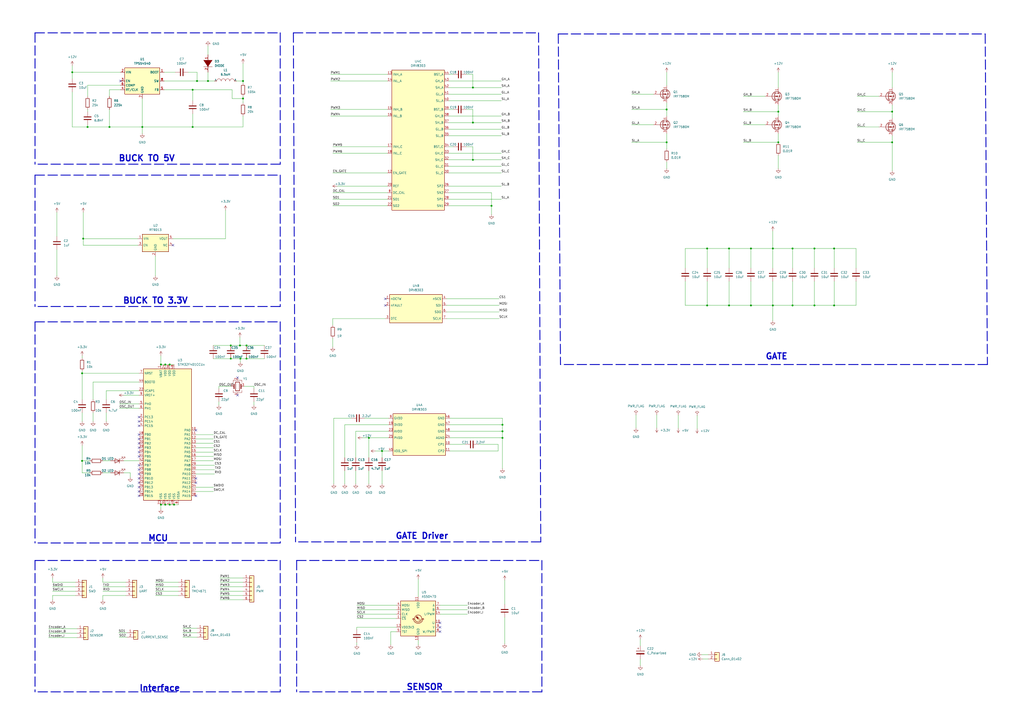
<source format=kicad_sch>
(kicad_sch (version 20211123) (generator eeschema)
  (paper "A2")
  (junction (at 221.615 261.62))
  (junction (at 448.31 177.165))
  (junction (at 111.76 52.07))
  (junction (at 386.715 82.55))
  (junction (at 451.485 82.55))
  (junction (at 213.995 254))
  (junction (at 111.76 73.66))
  (junction (at 133.858 208.026))
  (junction (at 274.32 92.71))
  (junction (at 472.44 144.145))
  (junction (at 410.21 144.145))
  (junction (at 95.885 211.455))
  (junction (at 133.858 200.406))
  (junction (at 291.465 250.19))
  (junction (at 93.345 211.455))
  (junction (at 291.465 254))
  (junction (at 448.31 144.145))
  (junction (at 143.002 208.026))
  (junction (at 143.002 200.406))
  (junction (at 459.74 177.165))
  (junction (at 291.465 246.38))
  (junction (at 100.965 292.735))
  (junction (at 386.715 63.5))
  (junction (at 120.65 46.99))
  (junction (at 483.87 144.145))
  (junction (at 422.91 177.165))
  (junction (at 285.115 119.38))
  (junction (at 82.55 73.66))
  (junction (at 451.485 64.77))
  (junction (at 517.525 64.77))
  (junction (at 410.21 177.165))
  (junction (at 114.3 46.99))
  (junction (at 422.91 144.145))
  (junction (at 274.32 50.8))
  (junction (at 459.74 144.145))
  (junction (at 47.625 267.335))
  (junction (at 50.8 73.66))
  (junction (at 435.61 177.165))
  (junction (at 140.97 57.15))
  (junction (at 517.525 82.55))
  (junction (at 139.192 200.406))
  (junction (at 139.446 208.026))
  (junction (at 472.44 177.165))
  (junction (at 435.61 144.145))
  (junction (at 41.91 41.91))
  (junction (at 93.345 292.735))
  (junction (at 274.32 71.12))
  (junction (at 140.97 46.99))
  (junction (at 95.885 292.735))
  (junction (at 483.87 177.165))
  (junction (at 63.5 73.66))
  (junction (at 98.425 211.455))
  (junction (at 98.425 292.735))
  (junction (at 48.26 138.43))
  (junction (at 47.625 216.535))
  (no_connect (at 223.52 173.355))
  (no_connect (at 255.27 361.315))
  (no_connect (at 255.27 363.855))
  (no_connect (at 255.27 366.395))
  (no_connect (at 113.665 249.555))
  (no_connect (at 69.85 46.99))
  (no_connect (at 137.795 229.235))
  (no_connect (at 137.795 219.075))
  (no_connect (at 80.645 257.175))
  (no_connect (at 80.645 254.635))
  (no_connect (at 80.645 259.715))
  (no_connect (at 80.645 264.795))
  (no_connect (at 80.645 262.255))
  (no_connect (at 80.645 269.875))
  (no_connect (at 80.645 272.415))
  (no_connect (at 80.645 277.495))
  (no_connect (at 80.645 274.955))
  (no_connect (at 80.645 280.035))
  (no_connect (at 80.645 287.655))
  (no_connect (at 80.645 285.115))
  (no_connect (at 80.645 282.575))
  (no_connect (at 113.665 287.655))
  (no_connect (at 113.665 280.035))
  (no_connect (at 113.665 277.495))
  (no_connect (at 80.645 252.095))
  (no_connect (at 80.645 244.475))
  (no_connect (at 80.645 247.015))
  (no_connect (at 80.645 241.935))
  (no_connect (at 100.33 142.24))
  (no_connect (at 223.52 177.165))
  (wire (pts (xy 259.08 184.785) (xy 289.56 184.785)))
  (wire (pts (xy 113.665 254.635) (xy 123.825 254.635)))
  (wire (pts (xy 71.755 267.335) (xy 80.645 267.335)))
  (wire (pts (xy 448.31 144.145) (xy 459.74 144.145)))
  (wire (pts (xy 260.35 46.99) (xy 290.83 46.99)))
  (wire (pts (xy 274.32 71.12) (xy 290.83 71.12)))
  (polyline (pts (xy 314.325 401.32) (xy 172.085 401.32)) (stroke (width 0.5) (type dash)))
  (wire (pts (xy 517.525 60.96) (xy 517.525 64.77)))
  (wire (pts (xy 270.51 43.18) (xy 274.32 43.18)))
  (wire (pts (xy 291.465 242.57) (xy 291.465 246.38)))
  (wire (pts (xy 50.8 73.66) (xy 63.5 73.66)))
  (wire (pts (xy 82.55 73.66) (xy 82.55 77.47)))
  (wire (pts (xy 472.44 177.165) (xy 483.87 177.165)))
  (wire (pts (xy 431.165 55.88) (xy 443.865 55.88)))
  (wire (pts (xy 422.91 163.195) (xy 422.91 177.165)))
  (wire (pts (xy 113.665 259.715) (xy 123.825 259.715)))
  (wire (pts (xy 111.76 52.07) (xy 111.76 58.42)))
  (wire (pts (xy 95.25 46.99) (xy 114.3 46.99)))
  (wire (pts (xy 43.815 337.82) (xy 30.48 337.82)))
  (wire (pts (xy 139.192 200.406) (xy 143.002 200.406)))
  (wire (pts (xy 259.08 177.165) (xy 289.56 177.165)))
  (wire (pts (xy 50.8 72.39) (xy 50.8 73.66)))
  (wire (pts (xy 260.35 63.5) (xy 262.89 63.5)))
  (wire (pts (xy 366.395 63.5) (xy 386.715 63.5)))
  (wire (pts (xy 207.01 363.855) (xy 207.01 365.125)))
  (polyline (pts (xy 20.32 325.12) (xy 162.56 325.12)) (stroke (width 0.5) (type dash)))
  (wire (pts (xy 193.04 184.785) (xy 193.04 188.595)))
  (wire (pts (xy 133.858 208.026) (xy 139.446 208.026)))
  (wire (pts (xy 48.26 123.19) (xy 48.26 138.43)))
  (wire (pts (xy 139.446 210.058) (xy 139.446 208.026)))
  (wire (pts (xy 211.455 242.57) (xy 225.425 242.57)))
  (wire (pts (xy 431.165 64.77) (xy 451.485 64.77)))
  (wire (pts (xy 33.02 123.19) (xy 33.02 137.16)))
  (polyline (pts (xy 20.32 186.69) (xy 162.56 186.69)) (stroke (width 0.5) (type dash)))
  (wire (pts (xy 30.48 345.44) (xy 30.48 347.98)))
  (wire (pts (xy 140.97 67.31) (xy 140.97 73.66)))
  (wire (pts (xy 386.715 59.69) (xy 386.715 63.5)))
  (wire (pts (xy 41.91 41.91) (xy 69.85 41.91)))
  (wire (pts (xy 47.625 239.395) (xy 47.625 244.475)))
  (wire (pts (xy 41.91 53.34) (xy 41.91 73.66)))
  (wire (pts (xy 448.31 133.985) (xy 448.31 144.145)))
  (polyline (pts (xy 20.32 19.05) (xy 20.32 95.25)) (stroke (width 0.5) (type dash)))
  (wire (pts (xy 226.695 366.395) (xy 226.695 374.015)))
  (wire (pts (xy 69.215 236.855) (xy 80.645 236.855)))
  (wire (pts (xy 386.715 77.47) (xy 386.715 82.55)))
  (polyline (pts (xy 323.85 19.685) (xy 325.12 211.455)) (stroke (width 0.5) (type dash)))
  (polyline (pts (xy 162.56 19.05) (xy 162.56 95.25)) (stroke (width 0.5) (type dash)))
  (polyline (pts (xy 162.56 95.25) (xy 20.32 95.25)) (stroke (width 0.5) (type dash)))
  (wire (pts (xy 459.74 163.195) (xy 459.74 177.165)))
  (wire (pts (xy 127.635 337.82) (xy 140.97 337.82)))
  (wire (pts (xy 143.002 200.406) (xy 153.416 200.406)))
  (wire (pts (xy 410.21 163.195) (xy 410.21 177.165)))
  (wire (pts (xy 109.22 41.91) (xy 114.3 41.91)))
  (wire (pts (xy 69.088 369.57) (xy 73.66 369.57)))
  (wire (pts (xy 260.35 85.09) (xy 262.89 85.09)))
  (wire (pts (xy 140.97 57.15) (xy 140.97 59.69)))
  (polyline (pts (xy 20.32 186.69) (xy 20.32 314.96)) (stroke (width 0.5) (type dash)))
  (wire (pts (xy 93.345 292.735) (xy 95.885 292.735)))
  (wire (pts (xy 53.975 221.615) (xy 53.975 231.775)))
  (wire (pts (xy 80.01 142.24) (xy 48.26 142.24)))
  (wire (pts (xy 451.485 60.96) (xy 451.485 64.77)))
  (wire (pts (xy 497.205 55.88) (xy 509.905 55.88)))
  (wire (pts (xy 483.87 144.145) (xy 496.57 144.145)))
  (wire (pts (xy 422.91 144.145) (xy 435.61 144.145)))
  (wire (pts (xy 113.665 257.175) (xy 123.825 257.175)))
  (wire (pts (xy 140.97 335.28) (xy 127.635 335.28)))
  (wire (pts (xy 451.485 64.77) (xy 451.485 67.31)))
  (polyline (pts (xy 314.325 325.12) (xy 314.325 401.32)) (stroke (width 0.5) (type dash)))
  (wire (pts (xy 47.625 206.375) (xy 47.625 207.645)))
  (wire (pts (xy 120.65 46.99) (xy 124.46 46.99)))
  (wire (pts (xy 30.48 340.36) (xy 43.815 340.36)))
  (wire (pts (xy 113.665 252.095) (xy 123.825 252.095)))
  (wire (pts (xy 203.835 242.57) (xy 193.675 242.57)))
  (wire (pts (xy 50.8 63.5) (xy 50.8 64.77)))
  (wire (pts (xy 431.165 82.55) (xy 451.485 82.55)))
  (wire (pts (xy 133.858 200.406) (xy 139.192 200.406)))
  (wire (pts (xy 206.375 273.05) (xy 206.375 280.67)))
  (wire (pts (xy 59.69 342.9) (xy 73.025 342.9)))
  (wire (pts (xy 497.205 64.77) (xy 517.525 64.77)))
  (wire (pts (xy 127 224.155) (xy 127 225.425)))
  (wire (pts (xy 260.35 43.18) (xy 262.89 43.18)))
  (wire (pts (xy 69.215 234.315) (xy 80.645 234.315)))
  (wire (pts (xy 103.505 337.82) (xy 90.17 337.82)))
  (wire (pts (xy 448.31 177.165) (xy 459.74 177.165)))
  (wire (pts (xy 111.76 73.66) (xy 82.55 73.66)))
  (wire (pts (xy 255.27 356.235) (xy 271.145 356.235)))
  (wire (pts (xy 113.665 285.115) (xy 123.825 285.115)))
  (wire (pts (xy 33.02 144.78) (xy 33.02 160.02)))
  (wire (pts (xy 260.35 67.31) (xy 290.83 67.31)))
  (wire (pts (xy 422.91 177.165) (xy 435.61 177.165)))
  (wire (pts (xy 103.505 345.44) (xy 90.17 345.44)))
  (wire (pts (xy 114.3 41.91) (xy 114.3 46.99)))
  (wire (pts (xy 407.035 379.73) (xy 410.845 379.73)))
  (wire (pts (xy 366.395 82.55) (xy 386.715 82.55)))
  (wire (pts (xy 386.715 82.55) (xy 386.715 86.36)))
  (wire (pts (xy 41.91 38.1) (xy 41.91 41.91)))
  (wire (pts (xy 217.805 261.62) (xy 221.615 261.62)))
  (wire (pts (xy 431.165 72.39) (xy 443.865 72.39)))
  (wire (pts (xy 95.885 292.735) (xy 98.425 292.735)))
  (wire (pts (xy 435.61 144.145) (xy 448.31 144.145)))
  (wire (pts (xy 448.31 163.195) (xy 448.31 177.165)))
  (wire (pts (xy 497.205 73.66) (xy 509.905 73.66)))
  (wire (pts (xy 221.615 261.62) (xy 225.425 261.62)))
  (wire (pts (xy 207.01 351.155) (xy 229.87 351.155)))
  (wire (pts (xy 260.35 54.61) (xy 290.83 54.61)))
  (polyline (pts (xy 170.18 19.05) (xy 312.42 19.05)) (stroke (width 0.5) (type dash)))
  (wire (pts (xy 106.045 367.03) (xy 114.3 367.03)))
  (wire (pts (xy 459.74 177.165) (xy 472.44 177.165)))
  (wire (pts (xy 285.115 111.76) (xy 285.115 119.38)))
  (wire (pts (xy 260.985 250.19) (xy 291.465 250.19)))
  (wire (pts (xy 255.27 351.155) (xy 271.145 351.155)))
  (wire (pts (xy 41.91 73.66) (xy 50.8 73.66)))
  (wire (pts (xy 127.635 340.36) (xy 140.97 340.36)))
  (wire (pts (xy 140.97 55.88) (xy 140.97 57.15)))
  (wire (pts (xy 435.61 177.165) (xy 448.31 177.165)))
  (wire (pts (xy 52.07 274.32) (xy 47.625 274.32)))
  (wire (pts (xy 191.77 67.31) (xy 224.79 67.31)))
  (wire (pts (xy 291.465 250.19) (xy 291.465 254)))
  (wire (pts (xy 134.62 57.15) (xy 140.97 57.15)))
  (wire (pts (xy 106.045 364.49) (xy 114.3 364.49)))
  (wire (pts (xy 193.04 100.33) (xy 224.79 100.33)))
  (polyline (pts (xy 162.56 186.69) (xy 162.56 314.96)) (stroke (width 0.5) (type dash)))
  (wire (pts (xy 229.87 366.395) (xy 226.695 366.395)))
  (wire (pts (xy 451.485 77.47) (xy 451.485 82.55)))
  (wire (pts (xy 47.625 216.535) (xy 80.645 216.535)))
  (wire (pts (xy 277.495 257.81) (xy 288.925 257.81)))
  (wire (pts (xy 483.87 163.195) (xy 483.87 177.165)))
  (wire (pts (xy 448.31 177.165) (xy 448.31 186.055)))
  (wire (pts (xy 200.025 246.38) (xy 200.025 265.43)))
  (wire (pts (xy 260.35 74.93) (xy 290.83 74.93)))
  (wire (pts (xy 381 240.665) (xy 381 248.285)))
  (wire (pts (xy 291.465 246.38) (xy 291.465 250.19)))
  (wire (pts (xy 371.475 382.27) (xy 371.475 386.08)))
  (wire (pts (xy 90.17 148.59) (xy 90.17 160.02)))
  (wire (pts (xy 63.5 63.5) (xy 63.5 73.66)))
  (wire (pts (xy 496.57 144.145) (xy 496.57 155.575)))
  (wire (pts (xy 30.48 342.9) (xy 43.815 342.9)))
  (wire (pts (xy 95.25 41.91) (xy 101.6 41.91)))
  (wire (pts (xy 207.01 356.235) (xy 229.87 356.235)))
  (wire (pts (xy 448.31 144.145) (xy 448.31 155.575)))
  (wire (pts (xy 397.51 144.145) (xy 410.21 144.145)))
  (wire (pts (xy 106.045 369.57) (xy 114.3 369.57)))
  (wire (pts (xy 90.17 340.36) (xy 103.505 340.36)))
  (wire (pts (xy 63.5 52.07) (xy 63.5 55.88)))
  (wire (pts (xy 134.62 52.07) (xy 134.62 57.15)))
  (wire (pts (xy 517.525 78.74) (xy 517.525 82.55)))
  (wire (pts (xy 386.715 63.5) (xy 386.715 67.31)))
  (wire (pts (xy 127.635 345.44) (xy 140.97 345.44)))
  (wire (pts (xy 191.77 63.5) (xy 224.79 63.5)))
  (wire (pts (xy 225.425 246.38) (xy 200.025 246.38)))
  (wire (pts (xy 407.67 382.27) (xy 410.845 382.27)))
  (wire (pts (xy 50.8 49.53) (xy 50.8 55.88)))
  (wire (pts (xy 193.675 242.57) (xy 193.675 280.67)))
  (wire (pts (xy 517.525 64.77) (xy 517.525 68.58)))
  (wire (pts (xy 459.74 144.145) (xy 472.44 144.145)))
  (polyline (pts (xy 20.32 325.12) (xy 20.32 401.32)) (stroke (width 0.5) (type dash)))
  (wire (pts (xy 274.32 63.5) (xy 274.32 71.12)))
  (wire (pts (xy 47.625 216.535) (xy 47.625 231.775)))
  (wire (pts (xy 193.04 184.785) (xy 223.52 184.785)))
  (wire (pts (xy 130.81 138.43) (xy 100.33 138.43)))
  (wire (pts (xy 59.69 340.36) (xy 73.025 340.36)))
  (wire (pts (xy 260.35 115.57) (xy 290.83 115.57)))
  (wire (pts (xy 260.985 242.57) (xy 291.465 242.57)))
  (wire (pts (xy 113.665 269.875) (xy 124.46 269.875)))
  (wire (pts (xy 260.35 107.95) (xy 290.83 107.95)))
  (wire (pts (xy 517.525 41.91) (xy 517.525 50.8)))
  (wire (pts (xy 291.465 254) (xy 291.465 271.78)))
  (wire (pts (xy 393.446 240.792) (xy 393.446 248.412)))
  (wire (pts (xy 221.615 273.05) (xy 221.615 280.67)))
  (wire (pts (xy 451.485 41.91) (xy 451.485 50.8)))
  (wire (pts (xy 100.965 292.735) (xy 103.505 292.735)))
  (wire (pts (xy 260.35 71.12) (xy 274.32 71.12)))
  (wire (pts (xy 260.35 50.8) (xy 274.32 50.8)))
  (wire (pts (xy 139.192 195.58) (xy 139.192 200.406)))
  (wire (pts (xy 193.04 111.76) (xy 224.79 111.76)))
  (wire (pts (xy 242.57 335.915) (xy 242.57 346.075)))
  (wire (pts (xy 98.425 292.735) (xy 100.965 292.735)))
  (wire (pts (xy 120.65 26.67) (xy 120.65 31.75)))
  (wire (pts (xy 260.985 246.38) (xy 291.465 246.38)))
  (polyline (pts (xy 162.56 177.8) (xy 20.32 177.8)) (stroke (width 0.5) (type dash)))
  (wire (pts (xy 90.17 342.9) (xy 103.505 342.9)))
  (wire (pts (xy 368.935 240.665) (xy 368.935 248.285)))
  (wire (pts (xy 483.87 177.165) (xy 496.57 177.165)))
  (wire (pts (xy 114.3 46.99) (xy 120.65 46.99)))
  (wire (pts (xy 120.65 41.91) (xy 120.65 46.99)))
  (wire (pts (xy 260.985 257.81) (xy 269.875 257.81)))
  (wire (pts (xy 140.97 342.9) (xy 127.635 342.9)))
  (wire (pts (xy 260.35 78.74) (xy 290.83 78.74)))
  (wire (pts (xy 292.735 358.14) (xy 292.735 373.38)))
  (wire (pts (xy 274.32 50.8) (xy 290.83 50.8)))
  (wire (pts (xy 82.55 57.15) (xy 82.55 73.66)))
  (wire (pts (xy 200.025 273.05) (xy 200.025 280.67)))
  (polyline (pts (xy 323.85 19.685) (xy 571.5 19.685)) (stroke (width 0.5) (type dash)))
  (wire (pts (xy 47.625 258.445) (xy 47.625 267.335)))
  (wire (pts (xy 123.698 200.406) (xy 133.858 200.406)))
  (wire (pts (xy 483.87 144.145) (xy 483.87 155.575)))
  (wire (pts (xy 68.834 367.03) (xy 73.66 367.03)))
  (wire (pts (xy 30.48 335.28) (xy 30.48 337.82)))
  (polyline (pts (xy 170.18 19.05) (xy 171.45 314.325)) (stroke (width 0.5) (type dash)))
  (polyline (pts (xy 313.69 314.325) (xy 171.45 314.325)) (stroke (width 0.5) (type dash)))
  (polyline (pts (xy 172.085 325.12) (xy 172.085 401.32)) (stroke (width 0.5) (type dash)))
  (wire (pts (xy 69.85 49.53) (xy 50.8 49.53)))
  (wire (pts (xy 47.625 274.32) (xy 47.625 267.335)))
  (wire (pts (xy 285.115 119.38) (xy 285.115 124.46)))
  (wire (pts (xy 288.925 257.81) (xy 288.925 261.62)))
  (wire (pts (xy 130.81 121.92) (xy 130.81 138.43)))
  (wire (pts (xy 274.32 43.18) (xy 274.32 50.8)))
  (wire (pts (xy 207.01 353.695) (xy 229.87 353.695)))
  (wire (pts (xy 472.44 163.195) (xy 472.44 177.165)))
  (wire (pts (xy 292.735 336.55) (xy 292.735 350.52)))
  (wire (pts (xy 225.425 250.19) (xy 206.375 250.19)))
  (wire (pts (xy 397.51 155.575) (xy 397.51 144.145)))
  (polyline (pts (xy 571.5 19.685) (xy 572.77 211.455)) (stroke (width 0.5) (type dash)))
  (wire (pts (xy 255.27 353.695) (xy 271.145 353.695)))
  (wire (pts (xy 48.26 138.43) (xy 80.01 138.43)))
  (polyline (pts (xy 162.56 325.12) (xy 162.56 401.32)) (stroke (width 0.5) (type dash)))
  (wire (pts (xy 59.69 335.28) (xy 59.69 337.82)))
  (polyline (pts (xy 162.56 314.96) (xy 20.32 314.96)) (stroke (width 0.5) (type dash)))
  (wire (pts (xy 71.755 229.235) (xy 80.645 229.235)))
  (wire (pts (xy 95.25 52.07) (xy 111.76 52.07)))
  (wire (pts (xy 48.26 142.24) (xy 48.26 138.43)))
  (wire (pts (xy 422.91 144.145) (xy 422.91 155.575)))
  (wire (pts (xy 93.345 211.455) (xy 95.885 211.455)))
  (wire (pts (xy 366.395 54.61) (xy 379.095 54.61)))
  (wire (pts (xy 113.665 264.795) (xy 123.825 264.795)))
  (wire (pts (xy 435.61 163.195) (xy 435.61 177.165)))
  (wire (pts (xy 191.77 46.99) (xy 224.79 46.99)))
  (wire (pts (xy 259.08 173.355) (xy 289.56 173.355)))
  (wire (pts (xy 397.51 177.165) (xy 410.21 177.165)))
  (wire (pts (xy 270.51 63.5) (xy 274.32 63.5)))
  (wire (pts (xy 127 233.045) (xy 127 234.95)))
  (wire (pts (xy 93.345 292.735) (xy 93.345 295.275)))
  (wire (pts (xy 73.025 337.82) (xy 59.69 337.82)))
  (wire (pts (xy 260.985 261.62) (xy 288.925 261.62)))
  (wire (pts (xy 213.995 254) (xy 213.995 265.43)))
  (wire (pts (xy 260.35 119.38) (xy 285.115 119.38)))
  (wire (pts (xy 260.35 111.76) (xy 285.115 111.76)))
  (wire (pts (xy 472.44 144.145) (xy 472.44 155.575)))
  (wire (pts (xy 123.698 208.026) (xy 133.858 208.026)))
  (wire (pts (xy 95.885 211.455) (xy 98.425 211.455)))
  (wire (pts (xy 193.04 196.215) (xy 193.04 201.295)))
  (wire (pts (xy 139.446 208.026) (xy 143.002 208.026)))
  (wire (pts (xy 28.194 369.824) (xy 44.704 369.824)))
  (wire (pts (xy 451.485 90.17) (xy 451.485 97.79)))
  (wire (pts (xy 47.625 267.335) (xy 52.07 267.335)))
  (wire (pts (xy 53.975 239.395) (xy 53.975 244.475)))
  (wire (pts (xy 61.595 226.695) (xy 61.595 231.775)))
  (wire (pts (xy 61.595 239.395) (xy 61.595 244.475)))
  (wire (pts (xy 386.715 93.98) (xy 386.715 97.79)))
  (wire (pts (xy 113.665 262.255) (xy 123.825 262.255)))
  (wire (pts (xy 517.525 82.55) (xy 517.525 99.06)))
  (wire (pts (xy 270.51 85.09) (xy 274.32 85.09)))
  (wire (pts (xy 140.97 73.66) (xy 111.76 73.66)))
  (wire (pts (xy 404.368 241.046) (xy 404.368 248.666)))
  (wire (pts (xy 221.615 261.62) (xy 221.615 265.43)))
  (wire (pts (xy 193.04 88.9) (xy 224.79 88.9)))
  (wire (pts (xy 111.76 66.04) (xy 111.76 73.66)))
  (wire (pts (xy 80.645 226.695) (xy 61.595 226.695)))
  (wire (pts (xy 147.32 233.045) (xy 147.32 234.95)))
  (wire (pts (xy 410.21 144.145) (xy 410.21 155.575)))
  (wire (pts (xy 59.69 267.335) (xy 64.135 267.335)))
  (wire (pts (xy 260.35 92.71) (xy 274.32 92.71)))
  (wire (pts (xy 137.16 46.99) (xy 140.97 46.99)))
  (wire (pts (xy 193.04 85.09) (xy 224.79 85.09)))
  (wire (pts (xy 274.32 85.09) (xy 274.32 92.71)))
  (wire (pts (xy 260.35 88.9) (xy 290.83 88.9)))
  (wire (pts (xy 410.21 144.145) (xy 422.91 144.145)))
  (wire (pts (xy 28.194 367.284) (xy 44.704 367.284)))
  (wire (pts (xy 80.645 221.615) (xy 53.975 221.615)))
  (wire (pts (xy 59.69 345.44) (xy 59.69 347.98)))
  (wire (pts (xy 73.025 345.44) (xy 59.69 345.44)))
  (wire (pts (xy 386.715 41.91) (xy 386.715 49.53)))
  (wire (pts (xy 242.57 371.475) (xy 242.57 374.015)))
  (wire (pts (xy 274.32 92.71) (xy 290.83 92.71)))
  (wire (pts (xy 147.32 224.155) (xy 147.32 225.425)))
  (polyline (pts (xy 20.32 19.05) (xy 162.56 19.05)) (stroke (width 0.5) (type dash)))
  (wire (pts (xy 143.002 208.026) (xy 153.416 208.026)))
  (wire (pts (xy 260.35 58.42) (xy 290.83 58.42)))
  (wire (pts (xy 191.77 43.18) (xy 224.79 43.18)))
  (wire (pts (xy 113.665 267.335) (xy 123.825 267.335)))
  (polyline (pts (xy 172.085 325.12) (xy 314.325 325.12)) (stroke (width 0.5) (type dash)))
  (wire (pts (xy 497.205 82.55) (xy 517.525 82.55)))
  (wire (pts (xy 472.44 144.145) (xy 483.87 144.145)))
  (wire (pts (xy 59.69 274.32) (xy 64.135 274.32)))
  (wire (pts (xy 206.375 250.19) (xy 206.375 265.43)))
  (wire (pts (xy 193.04 119.38) (xy 224.79 119.38)))
  (wire (pts (xy 213.995 254) (xy 225.425 254)))
  (wire (pts (xy 113.665 272.415) (xy 124.46 272.415)))
  (wire (pts (xy 98.425 211.455) (xy 100.965 211.455)))
  (wire (pts (xy 28.194 364.744) (xy 44.704 364.744)))
  (wire (pts (xy 229.87 363.855) (xy 207.01 363.855)))
  (wire (pts (xy 435.61 144.145) (xy 435.61 155.575)))
  (polyline (pts (xy 162.56 101.6) (xy 162.56 177.8)) (stroke (width 0.5) (type dash)))
  (wire (pts (xy 260.35 100.33) (xy 290.83 100.33)))
  (wire (pts (xy 41.91 41.91) (xy 41.91 45.72)))
  (wire (pts (xy 459.74 144.145) (xy 459.74 155.575)))
  (wire (pts (xy 113.665 274.955) (xy 124.46 274.955)))
  (polyline (pts (xy 312.42 19.05) (xy 313.69 314.325)) (stroke (width 0.5) (type dash)))
  (wire (pts (xy 113.665 282.575) (xy 123.825 282.575)))
  (wire (pts (xy 366.395 72.39) (xy 379.095 72.39)))
  (wire (pts (xy 43.815 345.44) (xy 30.48 345.44)))
  (wire (pts (xy 259.08 180.975) (xy 289.56 180.975)))
  (wire (pts (xy 371.475 370.84) (xy 371.475 374.65)))
  (wire (pts (xy 260.35 96.52) (xy 290.83 96.52)))
  (polyline (pts (xy 572.77 211.455) (xy 325.12 211.455)) (stroke (width 0.5) (type dash)))
  (wire (pts (xy 69.85 52.07) (xy 63.5 52.07)))
  (wire (pts (xy 140.97 347.98) (xy 127.635 347.98)))
  (wire (pts (xy 111.76 52.07) (xy 134.62 52.07)))
  (wire (pts (xy 140.97 36.83) (xy 140.97 46.99)))
  (wire (pts (xy 207.01 358.775) (xy 229.87 358.775)))
  (wire (pts (xy 213.995 273.05) (xy 213.995 280.67)))
  (wire (pts (xy 260.985 254) (xy 291.465 254)))
  (polyline (pts (xy 20.32 101.6) (xy 162.56 101.6)) (stroke (width 0.5) (type dash)))
  (wire (pts (xy 140.97 46.99) (xy 140.97 48.26)))
  (wire (pts (xy 75.565 274.32) (xy 75.565 276.86)))
  (polyline (pts (xy 162.56 401.32) (xy 20.32 401.32)) (stroke (width 0.5) (type dash)))
  (wire (pts (xy 93.345 206.375) (xy 93.345 211.455)))
  (wire (pts (xy 47.625 216.535) (xy 47.625 215.265)))
  (wire (pts (xy 210.185 254) (xy 213.995 254)))
  (wire (pts (xy 207.01 372.745) (xy 207.01 374.015)))
  (wire (pts (xy 141.605 224.155) (xy 147.32 224.155)))
  (polyline (pts (xy 20.32 101.6) (xy 20.32 177.8)) (stroke (width 0.5) (type dash)))
  (wire (pts (xy 133.985 224.155) (xy 127 224.155)))
  (wire (pts (xy 496.57 163.195) (xy 496.57 177.165)))
  (wire (pts (xy 195.58 107.95) (xy 224.79 107.95)))
  (wire (pts (xy 63.5 73.66) (xy 82.55 73.66)))
  (wire (pts (xy 193.04 115.57) (xy 224.79 115.57)))
  (wire (pts (xy 71.755 274.32) (xy 75.565 274.32)))
  (wire (pts (xy 410.21 177.165) (xy 422.91 177.165)))
  (wire (pts (xy 397.51 163.195) (xy 397.51 177.165)))
  (text "BUCK TO 5V\n" (at 68.58 93.98 0) (effects (font (size 3.5 3.5) (thickness 0.7) bold) (justify left bottom)))
  (text "BUCK TO 3.3V\n" (at 71.12 176.53 0) (effects (font (size 3.5 3.5) (thickness 0.7) bold) (justify left bottom)))
  (text "GATE Driver" (at 229.235 313.055 0) (effects (font (size 3.5 3.5) (thickness 0.7) bold) (justify left bottom)))
  (text "SENSOR" (at 235.585 400.685 0) (effects (font (size 3.5 3.5) (thickness 0.7) bold) (justify left bottom)))
  (text "GATE" (at 443.865 208.915 0) (effects (font (size 3.5 3.5) (thickness 0.7) bold) (justify left bottom)))
  (text "Interface" (at 80.645 401.32 0) (effects (font (size 3.5 3.5) (thickness 0.7) bold) (justify left bottom)))
  (text "MCU" (at 85.725 314.325 0) (effects (font (size 3.5 3.5) (thickness 0.7) bold) (justify left bottom)))
  (label "MISO" (at 207.01 353.695 0))
  (label "CS3" (at 124.46 269.875 0))
  (label "SO2" (at 69.088 369.57 0))
  (label "PWM4" (at 127.635 342.9 0))
  (label "Encoder_A" (at 271.145 351.155 0))
  (label "CS1" (at 289.56 173.355 0))
  (label "SH_B" (at 290.83 71.12 0))
  (label "RXD" (at 124.46 274.955 0))
  (label "PWM3" (at 127.635 340.36 0))
  (label "Encoder_B" (at 271.145 353.695 0))
  (label "Encoder_B" (at 28.194 367.284 0))
  (label "SL_C" (at 290.83 100.33 0))
  (label "SL_B" (at 431.165 82.55 0))
  (label "GH_C" (at 290.83 88.9 0))
  (label "DC_CAL" (at 193.04 111.76 0))
  (label "Encoder_I" (at 28.194 369.824 0))
  (label "Encoder_I" (at 271.145 356.235 0))
  (label "SH_C" (at 106.045 364.49 0))
  (label "GL_B" (at 290.83 74.93 0))
  (label "SCLK" (at 90.17 342.9 0))
  (label "RXD" (at 59.69 342.9 0))
  (label "MOSI" (at 123.825 267.335 0))
  (label "SH_A" (at 290.83 50.8 0))
  (label "EN_GATE" (at 123.825 254.635 0))
  (label "CS2" (at 123.825 259.715 0))
  (label "EN_GATE" (at 193.04 100.33 0))
  (label "SWCLK" (at 30.48 342.9 0))
  (label "TXD" (at 124.46 272.415 0))
  (label "SCLK" (at 123.825 262.255 0))
  (label "PWM6" (at 127.635 347.98 0))
  (label "SL_B" (at 290.83 78.74 0))
  (label "MOSI" (at 207.01 351.155 0))
  (label "GH_C" (at 497.205 55.88 0))
  (label "SL_A" (at 290.83 58.42 0))
  (label "MISO" (at 123.825 264.795 0))
  (label "GH_A" (at 366.395 54.61 0))
  (label "MISO" (at 289.56 180.975 0))
  (label "GL_B" (at 431.165 72.39 0))
  (label "SH_B" (at 106.045 367.03 0))
  (label "SO1" (at 193.04 115.57 0))
  (label "SWCLK" (at 123.825 285.115 0))
  (label "DC_CAL" (at 123.825 252.095 0))
  (label "PWM4" (at 191.77 67.31 0))
  (label "GL_A" (at 290.83 54.61 0))
  (label "PWM2" (at 127.635 337.82 0))
  (label "PWM1" (at 191.77 43.18 0))
  (label "GL_C" (at 290.83 96.52 0))
  (label "SWDIO" (at 30.48 340.36 0))
  (label "PWM5" (at 193.04 85.09 0))
  (label "PWM1" (at 127.635 335.28 0))
  (label "TXD" (at 59.69 340.36 0))
  (label "OSC_IN" (at 147.32 224.155 0))
  (label "MOSI" (at 90.17 337.82 0))
  (label "SL_B" (at 290.83 107.95 0))
  (label "GH_B" (at 290.83 67.31 0))
  (label "CS3" (at 90.17 345.44 0))
  (label "SCLK" (at 207.01 356.235 0))
  (label "SCLK" (at 289.56 184.785 0))
  (label "SO2" (at 193.04 119.38 0))
  (label "OSC_IN" (at 69.215 234.315 0))
  (label "SH_A" (at 366.395 63.5 0))
  (label "SH_B" (at 431.165 64.77 0))
  (label "PWM2" (at 191.77 46.99 0))
  (label "PWM5" (at 127.635 345.44 0))
  (label "SL_A" (at 366.395 82.55 0))
  (label "CS1" (at 123.825 257.175 0))
  (label "SO1" (at 68.834 367.03 0))
  (label "SL_C" (at 497.205 82.55 0))
  (label "MOSI" (at 289.56 177.165 0))
  (label "PWM6" (at 193.04 88.9 0))
  (label "SL_A" (at 290.83 115.57 0))
  (label "MISO" (at 90.17 340.36 0))
  (label "OSC_OUT" (at 69.215 236.855 0))
  (label "Encoder_A" (at 28.194 364.744 0))
  (label "PWM3" (at 191.77 63.5 0))
  (label "SWDIO" (at 123.825 282.575 0))
  (label "CS2" (at 207.01 358.775 0))
  (label "SH_A" (at 106.045 369.57 0))
  (label "GH_A" (at 290.83 46.99 0))
  (label "SH_C" (at 290.83 92.71 0))
  (label "SH_C" (at 497.205 64.77 0))
  (label "GL_A" (at 366.395 72.39 0))
  (label "OSC_OUT" (at 127 224.155 0))
  (label "GH_B" (at 431.165 55.88 0))
  (label "GL_C" (at 497.205 73.66 0))
  (symbol (lib_id "Driver_Motor:DRV8303") (at 242.57 49.53 0) (unit 3)
    (property "Reference" "U4" (at 242.57 35.56 0))
    (property "Value" "DRV8303" (at 242.57 38.1 0))
    (property "Footprint" "Package_SO:TSSOP-48_6.1x12.5mm_P0.5mm" (effects hide))
  )
  (symbol (lib_id "power:GND") (at 59.69 347.98 0) (unit 1)
    (property "Reference" "#PWR014" (effects hide))
    (property "Value" "GND" (at 59.69 353.06 0))
  )
  (symbol (lib_id "pspice:INDUCTOR") (at 130.81 46.99 0) (unit 1)
    (property "Reference" "L1" (at 130.81 40.64 0))
    (property "Value" "6.5uH" (at 130.81 43.18 0))
    (property "Footprint" "Inductor_SMD:L_7.3x7.3_H4.5" (effects hide))
  )
  (symbol (lib_id "Transistor_FET:IRF7580M") (at 514.985 73.66 0) (unit 1)
    (property "Reference" "Q6" (at 521.335 72.3899 0) (effects (justify left)))
    (property "Value" "IRF7580M" (at 521.335 74.9299 0) (effects (justify left)))
    (property "Footprint" "Package_DirectFET:DirectFET_ME" (effects hide))
    (property "Datasheet" "https://www.infineon.com/dgdl/irf7580mpbf.pdf?fileId=5546d462533600a401535603855c1c72" (effects hide))
  )
  (symbol (lib_id "power:+5V") (at 292.735 336.55 0) (unit 1)
    (property "Reference" "#PWR0102" (effects hide))
    (property "Value" "+5V" (at 292.735 331.47 0))
  )
  (symbol (lib_id "Connector_Generic:Conn_01x06") (at 146.05 340.36 0) (unit 1)
    (property "Reference" "J5" (at 148.59 340.3599 0) (effects (justify left)))
    (property "Value" "PWM" (at 148.59 342.8999 0) (effects (justify left)))
    (property "Footprint" "Connector_PinHeader_2.54mm:PinHeader_1x06_P2.54mm_Vertical" (effects hide))
  )
  (symbol (lib_id "Device:C") (at 221.615 269.24 0) (unit 1)
    (property "Reference" "C17" (at 222.885 266.7 0) (effects (justify left)))
    (property "Value" "1uF" (at 222.885 271.78 0) (effects (justify left)))
    (property "Footprint" "Capacitor_SMD:C_0603_1608Metric" (effects hide))
  )
  (symbol (lib_id "power:+12V") (at 407.67 382.27 90) (unit 1)
    (property "Reference" "#PWR048" (effects hide))
    (property "Value" "+12V" (at 404.495 382.2699 90) (effects (justify left)))
  )
  (symbol (lib_id "power:+5V") (at 242.57 335.915 0) (unit 1)
    (property "Reference" "#PWR040" (effects hide))
    (property "Value" "+5V" (at 242.57 330.835 0))
  )
  (symbol (lib_id "Device:C") (at 435.61 159.385 0) (unit 1)
    (property "Reference" "C27" (at 439.42 158.1149 0) (effects (justify left)))
    (property "Value" "10uF" (at 439.42 160.6549 0) (effects (justify left)))
    (property "Footprint" "Capacitor_SMD:C_0805_2012Metric" (effects hide))
  )
  (symbol (lib_id "Device:C") (at 266.7 85.09 90) (unit 1)
    (property "Reference" "C20" (at 262.89 83.82 90))
    (property "Value" "100nF" (at 271.78 83.82 90))
    (property "Footprint" "Capacitor_SMD:C_0603_1608Metric" (effects hide))
  )
  (symbol (lib_id "Device:C") (at 133.858 204.216 180) (unit 1)
    (property "Reference" "C35" (at 136.144 201.676 0))
    (property "Value" "100nF" (at 137.922 207.01 0))
    (property "Footprint" "Capacitor_SMD:C_0603_1608Metric" (effects hide))
  )
  (symbol (lib_id "power:+3.3V") (at 71.755 229.235 90) (unit 1)
    (property "Reference" "#PWR016" (effects hide))
    (property "Value" "+3.3V" (at 71.755 227.965 90) (effects (justify right)))
  )
  (symbol (lib_id "power:+3.3V") (at 381 248.285 180) (unit 1)
    (property "Reference" "#PWR047" (effects hide))
    (property "Value" "+3.3V" (at 382.905 249.5549 0) (effects (justify right)))
  )
  (symbol (lib_id "Device:C") (at 33.02 140.97 0) (unit 1)
    (property "Reference" "C2" (at 36.83 139.6999 0) (effects (justify left)))
    (property "Value" "1uF" (at 36.83 142.2399 0) (effects (justify left)))
    (property "Footprint" "Capacitor_SMD:C_0603_1608Metric" (effects hide))
  )
  (symbol (lib_id "power:GND") (at 207.01 374.015 0) (unit 1)
    (property "Reference" "#PWR034" (effects hide))
    (property "Value" "GND" (at 207.01 379.095 0))
  )
  (symbol (lib_id "Device:C") (at 266.7 63.5 90) (unit 1)
    (property "Reference" "C19" (at 262.89 62.23 90))
    (property "Value" "100nF" (at 271.78 62.23 90))
    (property "Footprint" "Capacitor_SMD:C_0603_1608Metric" (effects hide))
  )
  (symbol (lib_id "Interface_Ethernet:RT9013") (at 90.17 139.7 0) (unit 1)
    (property "Reference" "U2" (at 90.17 130.81 0))
    (property "Value" "RT9013" (at 90.17 133.35 0))
    (property "Footprint" "Package_TO_SOT_SMD:SOT-23-5" (effects hide))
  )
  (symbol (lib_id "power:+12V") (at 371.475 370.84 0) (unit 1)
    (property "Reference" "#PWR045" (effects hide))
    (property "Value" "+12V" (at 371.475 365.76 0))
  )
  (symbol (lib_id "Connector_Generic:Conn_01x04") (at 108.585 340.36 0) (unit 1)
    (property "Reference" "J4" (at 111.125 340.3599 0) (effects (justify left)))
    (property "Value" "TMC4671" (at 111.125 342.8999 0) (effects (justify left)))
    (property "Footprint" "Connector_PinHeader_2.54mm:PinHeader_1x04_P2.54mm_Vertical" (effects hide))
  )
  (symbol (lib_id "Device:R") (at 55.88 274.32 90) (unit 1)
    (property "Reference" "R5" (at 52.705 273.05 90) (effects (justify left)))
    (property "Value" "10k" (at 52.705 275.59 90) (effects (justify left)))
    (property "Footprint" "Resistor_SMD:R_0603_1608Metric" (effects hide))
  )
  (symbol (lib_id "power:+3.3V") (at 30.48 335.28 0) (unit 1)
    (property "Reference" "#PWR03" (effects hide))
    (property "Value" "+3.3V" (at 30.48 330.2 0))
  )
  (symbol (lib_id "power:GND") (at 82.55 77.47 0) (unit 1)
    (property "Reference" "#PWR018" (effects hide))
    (property "Value" "GND" (at 82.55 82.55 0))
  )
  (symbol (lib_id "Device:C") (at 153.416 204.216 180) (unit 1)
    (property "Reference" "C37" (at 155.702 201.676 0))
    (property "Value" "100nF" (at 157.48 207.01 0))
    (property "Footprint" "Capacitor_SMD:C_0603_1608Metric" (effects hide))
  )
  (symbol (lib_id "power:PWR_FLAG") (at 404.368 241.046 0) (unit 1)
    (property "Reference" "#FLG04" (effects hide))
    (property "Value" "PWR_FLAG" (at 404.368 235.966 0))
  )
  (symbol (lib_id "Device:C") (at 459.74 159.385 0) (unit 1)
    (property "Reference" "C30" (at 463.55 158.1149 0) (effects (justify left)))
    (property "Value" "10uF" (at 463.55 160.6549 0) (effects (justify left)))
    (property "Footprint" "Capacitor_SMD:C_0805_2012Metric" (effects hide))
  )
  (symbol (lib_id "power:GND") (at 371.475 386.08 0) (unit 1)
    (property "Reference" "#PWR046" (effects hide))
    (property "Value" "GND" (at 371.475 391.16 0))
  )
  (symbol (lib_id "Device:C") (at 448.31 159.385 0) (unit 1)
    (property "Reference" "C29" (at 452.12 158.1149 0) (effects (justify left)))
    (property "Value" "10uF" (at 452.12 160.6549 0) (effects (justify left)))
    (property "Footprint" "Capacitor_SMD:C_0805_2012Metric" (effects hide))
  )
  (symbol (lib_id "Transistor_FET:IRF7580M") (at 384.175 72.39 0) (unit 1)
    (property "Reference" "Q2" (at 390.525 71.1199 0) (effects (justify left)))
    (property "Value" "IRF7580M" (at 390.525 73.6599 0) (effects (justify left)))
    (property "Footprint" "Package_DirectFET:DirectFET_ME" (effects hide))
    (property "Datasheet" "https://www.infineon.com/dgdl/irf7580mpbf.pdf?fileId=5546d462533600a401535603855c1c72" (effects hide))
  )
  (symbol (lib_id "power:GND") (at 292.735 373.38 0) (unit 1)
    (property "Reference" "#PWR0101" (effects hide))
    (property "Value" "GND" (at 292.735 378.46 0))
  )
  (symbol (lib_id "Driver_Motor:DRV8303") (at 241.3 178.435 0) (unit 2)
    (property "Reference" "U4" (at 241.3 165.735 0))
    (property "Value" "DRV8303" (at 241.3 168.275 0))
    (property "Footprint" "Package_SO:TSSOP-48_6.1x12.5mm_P0.5mm" (effects hide))
  )
  (symbol (lib_id "power:GND") (at 30.48 347.98 0) (unit 1)
    (property "Reference" "#PWR04" (effects hide))
    (property "Value" "GND" (at 30.48 353.06 0))
  )
  (symbol (lib_id "power:GND") (at 368.935 248.285 0) (unit 1)
    (property "Reference" "#PWR044" (effects hide))
    (property "Value" "GND" (at 368.935 253.365 0))
  )
  (symbol (lib_id "power:GND") (at 221.615 280.67 0) (unit 1)
    (property "Reference" "#PWR038" (effects hide))
    (property "Value" "GND" (at 221.615 285.75 0))
  )
  (symbol (lib_id "Device:C") (at 472.44 159.385 0) (unit 1)
    (property "Reference" "C31" (at 476.25 158.1149 0) (effects (justify left)))
    (property "Value" "10uF" (at 476.25 160.6549 0) (effects (justify left)))
    (property "Footprint" "Capacitor_SMD:C_0805_2012Metric" (effects hide))
  )
  (symbol (lib_id "power:+3.3V") (at 139.192 195.58 0) (unit 1)
    (property "Reference" "#PWR060" (effects hide))
    (property "Value" "+3.3V" (at 139.192 190.5 0))
  )
  (symbol (lib_id "power:+12V") (at 41.91 38.1 0) (unit 1)
    (property "Reference" "#PWR07" (effects hide))
    (property "Value" "+12V" (at 41.91 33.02 0))
  )
  (symbol (lib_id "power:+12V") (at 517.525 41.91 0) (unit 1)
    (property "Reference" "#PWR058" (effects hide))
    (property "Value" "+12V" (at 517.525 36.83 0))
  )
  (symbol (lib_id "Transistor_FET:IRF7580M") (at 514.985 55.88 0) (unit 1)
    (property "Reference" "Q5" (at 521.335 54.6099 0) (effects (justify left)))
    (property "Value" "IRF7580M" (at 521.335 57.1499 0) (effects (justify left)))
    (property "Footprint" "Package_DirectFET:DirectFET_ME" (effects hide))
    (property "Datasheet" "https://www.infineon.com/dgdl/irf7580mpbf.pdf?fileId=5546d462533600a401535603855c1c72" (effects hide))
  )
  (symbol (lib_id "power:+12V") (at 448.31 133.985 0) (unit 1)
    (property "Reference" "#PWR054" (effects hide))
    (property "Value" "+12V" (at 448.31 128.905 0))
  )
  (symbol (lib_id "MCU_ST_STM32F4:STM32F401CCUx") (at 98.425 252.095 0) (unit 1)
    (property "Reference" "U3" (at 102.9844 208.915 0) (effects (justify left)))
    (property "Value" "STM32F401CCUx" (at 102.9844 211.455 0) (effects (justify left)))
    (property "Footprint" "Package_DFN_QFN:QFN-48-1EP_7x7mm_P0.5mm_EP5.6x5.6mm" (effects hide))
    (property "Datasheet" "http://www.st.com/st-web-ui/static/active/en/resource/technical/document/datasheet/DM00086815.pdf" (effects hide))
  )
  (symbol (lib_id "power:GND") (at 61.595 244.475 0) (unit 1)
    (property "Reference" "#PWR015" (effects hide))
    (property "Value" "GND" (at 61.595 249.555 0))
  )
  (symbol (lib_id "power:+3.3V") (at 47.625 206.375 0) (unit 1)
    (property "Reference" "#PWR08" (effects hide))
    (property "Value" "+3.3V" (at 47.625 201.295 0))
  )
  (symbol (lib_id "Device:C") (at 273.685 257.81 90) (unit 1)
    (property "Reference" "C21" (at 269.875 256.54 90))
    (property "Value" "2.2nF" (at 278.765 256.54 90))
    (property "Footprint" "Capacitor_SMD:C_0603_1608Metric" (effects hide))
  )
  (symbol (lib_id "Device:R") (at 53.975 235.585 0) (unit 1)
    (property "Reference" "R3" (at 55.245 233.045 0) (effects (justify left)))
    (property "Value" "10k" (at 55.245 238.125 0) (effects (justify left)))
    (property "Footprint" "Resistor_SMD:R_0603_1608Metric" (effects hide))
  )
  (symbol (lib_id "power:GND") (at 127 234.95 0) (unit 1)
    (property "Reference" "#PWR023" (effects hide))
    (property "Value" "GND" (at 127 240.03 0))
  )
  (symbol (lib_id "Device:C") (at 61.595 235.585 0) (unit 1)
    (property "Reference" "C6" (at 64.135 233.045 0) (effects (justify left)))
    (property "Value" "4.7uF" (at 62.865 238.125 0) (effects (justify left)))
    (property "Footprint" "Capacitor_SMD:C_0603_1608Metric" (effects hide))
  )
  (symbol (lib_id "power:GND") (at 200.025 280.67 0) (unit 1)
    (property "Reference" "#PWR032" (effects hide))
    (property "Value" "GND" (at 200.025 285.75 0))
  )
  (symbol (lib_id "power:+5V") (at 48.26 123.19 0) (unit 1)
    (property "Reference" "#PWR011" (effects hide))
    (property "Value" "+5V" (at 48.26 118.11 0))
  )
  (symbol (lib_id "power:GND") (at 139.446 210.058 0) (unit 1)
    (property "Reference" "#PWR061" (effects hide))
    (property "Value" "GND" (at 139.446 215.138 0))
  )
  (symbol (lib_id "Device:C") (at 47.625 235.585 0) (unit 1)
    (property "Reference" "C4" (at 42.545 233.045 0) (effects (justify left)))
    (property "Value" "100nF" (at 41.275 238.125 0) (effects (justify left)))
    (property "Footprint" "Capacitor_SMD:C_0603_1608Metric" (effects hide))
  )
  (symbol (lib_id "Connector_Generic:Conn_01x04") (at 78.105 340.36 0) (unit 1)
    (property "Reference" "J3" (at 80.645 340.3599 0) (effects (justify left)))
    (property "Value" "UART" (at 80.645 342.8999 0) (effects (justify left)))
    (property "Footprint" "Connector_PinHeader_2.54mm:PinHeader_1x04_P2.54mm_Horizontal" (effects hide))
  )
  (symbol (lib_id "power:+3.3V") (at 47.625 258.445 0) (unit 1)
    (property "Reference" "#PWR010" (effects hide))
    (property "Value" "+3.3V" (at 47.625 253.365 0))
  )
  (symbol (lib_id "power:PWR_FLAG") (at 368.935 240.665 0) (unit 1)
    (property "Reference" "#FLG01" (effects hide))
    (property "Value" "PWR_FLAG" (at 368.935 235.585 0))
  )
  (symbol (lib_id "power:GND") (at 193.04 201.295 0) (unit 1)
    (property "Reference" "#PWR029" (effects hide))
    (property "Value" "GND" (at 193.04 206.375 0))
  )
  (symbol (lib_id "Transistor_FET:IRF7580M") (at 448.945 55.88 0) (unit 1)
    (property "Reference" "Q3" (at 455.295 54.6099 0) (effects (justify left)))
    (property "Value" "IRF7580M" (at 455.295 57.1499 0) (effects (justify left)))
    (property "Footprint" "Package_DirectFET:DirectFET_ME" (effects hide))
    (property "Datasheet" "https://www.infineon.com/dgdl/irf7580mpbf.pdf?fileId=5546d462533600a401535603855c1c72" (effects hide))
  )
  (symbol (lib_id "Device:R") (at 63.5 59.69 0) (unit 1)
    (property "Reference" "R6" (at 66.04 58.4199 0) (effects (justify left)))
    (property "Value" "225k" (at 66.04 60.9599 0) (effects (justify left)))
    (property "Footprint" "Resistor_SMD:R_0603_1608Metric" (effects hide))
  )
  (symbol (lib_id "Device:C") (at 207.01 368.935 180) (unit 1)
    (property "Reference" "C14" (at 210.82 367.6649 0) (effects (justify right)))
    (property "Value" "100nF" (at 210.82 370.2049 0) (effects (justify right)))
    (property "Footprint" "Capacitor_SMD:C_0603_1608Metric" (effects hide))
  )
  (symbol (lib_id "Device:R") (at 50.8 59.69 0) (unit 1)
    (property "Reference" "R2" (at 53.34 58.4199 0) (effects (justify left)))
    (property "Value" "25k" (at 53.34 60.9599 0) (effects (justify left)))
    (property "Footprint" "Resistor_SMD:R_0603_1608Metric" (effects hide))
  )
  (symbol (lib_id "power:GND") (at 517.525 99.06 0) (unit 1)
    (property "Reference" "#PWR059" (effects hide))
    (property "Value" "GND" (at 517.525 104.14 0))
  )
  (symbol (lib_id "Device:C") (at 143.002 204.216 180) (unit 1)
    (property "Reference" "C36" (at 145.288 201.676 0))
    (property "Value" "100nF" (at 147.066 207.01 0))
    (property "Footprint" "Capacitor_SMD:C_0603_1608Metric" (effects hide))
  )
  (symbol (lib_id "power:GND") (at 213.995 280.67 0) (unit 1)
    (property "Reference" "#PWR036" (effects hide))
    (property "Value" "GND" (at 213.995 285.75 0))
  )
  (symbol (lib_id "Device:R") (at 55.88 267.335 90) (unit 1)
    (property "Reference" "R4" (at 52.705 266.065 90) (effects (justify left)))
    (property "Value" "10k" (at 52.705 268.605 90) (effects (justify left)))
    (property "Footprint" "Resistor_SMD:R_0603_1608Metric" (effects hide))
  )
  (symbol (lib_id "Connector_Generic:Conn_01x02") (at 415.925 379.73 0) (unit 1)
    (property "Reference" "J6" (at 418.465 379.7299 0) (effects (justify left)))
    (property "Value" "Conn_01x02" (at 418.465 382.2699 0) (effects (justify left)))
    (property "Footprint" "Connector_AMASS:AMASS_XT30PW-M_1x02_P2.50mm_Horizontal" (effects hide))
  )
  (symbol (lib_id "Device:C") (at 207.645 242.57 90) (unit 1)
    (property "Reference" "C15" (at 203.835 241.3 90))
    (property "Value" "2.2uF" (at 212.725 241.3 90))
    (property "Footprint" "Capacitor_SMD:C_0603_1608Metric" (effects hide))
  )
  (symbol (lib_id "Regulator_Switching:TPS54560BDDA") (at 82.55 46.99 0) (unit 1)
    (property "Reference" "U1" (at 82.55 34.29 0))
    (property "Value" "TPS54540" (at 82.55 36.83 0))
    (property "Footprint" "Package_SO:Texas_R-PDSO-G8_EP2.95x4.9mm_Mask2.4x3.1mm_ThermalVias" (effects hide))
    (property "Datasheet" "https://www.ti.com/lit/ds/symlink/tps54560b.pdf" (effects hide))
  )
  (symbol (lib_id "Driver_Motor:DRV8303") (at 243.205 247.65 0) (unit 1)
    (property "Reference" "U4" (at 243.205 234.95 0))
    (property "Value" "DRV8303" (at 243.205 237.49 0))
    (property "Footprint" "Package_SO:TSSOP-48_6.1x12.5mm_P0.5mm" (effects hide))
  )
  (symbol (lib_id "Device:C") (at 127 229.235 0) (unit 1)
    (property "Reference" "C9" (at 129.54 226.695 0) (effects (justify left)))
    (property "Value" "22pF" (at 128.27 231.775 0) (effects (justify left)))
    (property "Footprint" "Capacitor_SMD:C_0603_1608Metric" (effects hide))
  )
  (symbol (lib_id "Device:C_Polarized") (at 371.475 378.46 0) (unit 1)
    (property "Reference" "C22" (at 375.285 376.3009 0) (effects (justify left)))
    (property "Value" "C_Polarized" (at 375.285 378.8409 0) (effects (justify left)))
    (property "Footprint" "Capacitor_SMD:CP_Elec_4x5.4" (effects hide))
  )
  (symbol (lib_id "pspice:DIODE") (at 120.65 36.83 270) (unit 1)
    (property "Reference" "D3" (at 124.46 35.5599 90) (effects (justify left)))
    (property "Value" "DIODE" (at 124.46 38.0999 90) (effects (justify left)))
    (property "Footprint" "Diode_SMD:D_SMA" (effects hide))
  )
  (symbol (lib_id "Device:C") (at 483.87 159.385 0) (unit 1)
    (property "Reference" "C32" (at 487.68 158.1149 0) (effects (justify left)))
    (property "Value" "10uF" (at 487.68 160.6549 0) (effects (justify left)))
    (property "Footprint" "Capacitor_SMD:C_0805_2012Metric" (effects hide))
  )
  (symbol (lib_id "Connector_Generic:Conn_01x03") (at 49.784 367.284 0) (unit 1)
    (property "Reference" "J2" (at 52.07 366.0139 0) (effects (justify left)))
    (property "Value" "SENSOR" (at 52.07 368.5539 0) (effects (justify left)))
    (property "Footprint" "Connector_PinHeader_2.54mm:PinHeader_1x03_P2.54mm_Vertical" (effects hide))
  )
  (symbol (lib_id "Device:R") (at 140.97 63.5 0) (unit 1)
    (property "Reference" "R8" (at 143.51 62.2299 0) (effects (justify left)))
    (property "Value" "20k" (at 143.51 64.7699 0) (effects (justify left)))
    (property "Footprint" "Resistor_SMD:R_0603_1608Metric" (effects hide))
  )
  (symbol (lib_id "power:+5V") (at 33.02 123.19 0) (unit 1)
    (property "Reference" "#PWR05" (effects hide))
    (property "Value" "+5V" (at 33.02 118.11 0))
  )
  (symbol (lib_id "power:GND") (at 90.17 160.02 0) (unit 1)
    (property "Reference" "#PWR019" (effects hide))
    (property "Value" "GND" (at 90.17 165.1 0))
  )
  (symbol (lib_id "Device:R") (at 140.97 52.07 0) (unit 1)
    (property "Reference" "R7" (at 143.51 50.7999 0) (effects (justify left)))
    (property "Value" "105k" (at 143.51 53.3399 0) (effects (justify left)))
    (property "Footprint" "Resistor_SMD:R_0603_1608Metric" (effects hide))
  )
  (symbol (lib_id "Device:C") (at 147.32 229.235 0) (unit 1)
    (property "Reference" "C11" (at 149.86 226.695 0) (effects (justify left)))
    (property "Value" "22pF" (at 148.59 231.775 0) (effects (justify left)))
    (property "Footprint" "Capacitor_SMD:C_0603_1608Metric" (effects hide))
  )
  (symbol (lib_id "Device:C") (at 292.735 354.33 0) (unit 1)
    (property "Reference" "C1" (at 296.545 353.0599 0) (effects (justify left)))
    (property "Value" "10uF" (at 296.545 355.5999 0) (effects (justify left)))
    (property "Footprint" "Capacitor_SMD:C_0603_1608Metric" (effects hide))
  )
  (symbol (lib_id "Device:C") (at 200.025 269.24 0) (unit 1)
    (property "Reference" "C12" (at 201.295 266.7 0) (effects (justify left)))
    (property "Value" "1uF" (at 201.295 271.78 0) (effects (justify left)))
    (property "Footprint" "Capacitor_SMD:C_0603_1608Metric" (effects hide))
  )
  (symbol (lib_id "Device:R") (at 193.04 192.405 0) (unit 1)
    (property "Reference" "R9" (at 195.58 191.1349 0) (effects (justify left)))
    (property "Value" "1R" (at 195.58 194.9449 0) (effects (justify left)))
    (property "Footprint" "Resistor_SMD:R_0603_1608Metric" (effects hide))
  )
  (symbol (lib_id "power:+12V") (at 404.368 248.666 180) (unit 1)
    (property "Reference" "#PWR053" (effects hide))
    (property "Value" "+12V" (at 406.273 249.9359 0) (effects (justify right)))
  )
  (symbol (lib_id "power:+3.3V") (at 195.58 107.95 90) (unit 1)
    (property "Reference" "#PWR031" (effects hide))
    (property "Value" "+3.3V" (at 194.31 106.68 90) (effects (justify right)))
  )
  (symbol (lib_id "power:GND") (at 147.32 234.95 0) (unit 1)
    (property "Reference" "#PWR028" (effects hide))
    (property "Value" "GND" (at 147.32 240.03 0))
  )
  (symbol (lib_id "Device:C") (at 422.91 159.385 0) (unit 1)
    (property "Reference" "C26" (at 426.72 158.1149 0) (effects (justify left)))
    (property "Value" "10uF" (at 426.72 160.6549 0) (effects (justify left)))
    (property "Footprint" "Capacitor_SMD:C_0805_2012Metric" (effects hide))
  )
  (symbol (lib_id "power:GND") (at 53.975 244.475 0) (unit 1)
    (property "Reference" "#PWR012" (effects hide))
    (property "Value" "GND" (at 53.975 249.555 0))
  )
  (symbol (lib_id "power:+12V") (at 451.485 41.91 0) (unit 1)
    (property "Reference" "#PWR056" (effects hide))
    (property "Value" "+12V" (at 451.485 36.83 0))
  )
  (symbol (lib_id "power:+12V") (at 210.185 254 90) (unit 1)
    (property "Reference" "#PWR035" (effects hide))
    (property "Value" "+12V" (at 210.185 252.73 90) (effects (justify right)))
  )
  (symbol (lib_id "power:GND") (at 291.465 271.78 0) (unit 1)
    (property "Reference" "#PWR043" (effects hide))
    (property "Value" "GND" (at 291.465 276.86 0))
  )
  (symbol (lib_id "Device:C") (at 41.91 49.53 0) (unit 1)
    (property "Reference" "C3" (at 45.72 48.2599 0) (effects (justify left)))
    (property "Value" "10uF" (at 45.72 50.7999 0) (effects (justify left)))
    (property "Footprint" "Capacitor_SMD:C_0805_2012Metric" (effects hide))
  )
  (symbol (lib_id "Device:C") (at 496.57 159.385 0) (unit 1)
    (property "Reference" "C33" (at 500.38 158.1149 0) (effects (justify left)))
    (property "Value" "10uF" (at 500.38 160.6549 0) (effects (justify left)))
    (property "Footprint" "Capacitor_SMD:C_0805_2012Metric" (effects hide))
  )
  (symbol (lib_id "Sensor_Magnetic:AS5047D") (at 242.57 358.775 0) (unit 1)
    (property "Reference" "U5" (at 244.5894 343.535 0) (effects (justify left)))
    (property "Value" "AS5047D" (at 244.5894 346.075 0) (effects (justify left)))
    (property "Footprint" "Package_SO:TSSOP-14_4.4x5mm_P0.65mm" (effects hide))
    (property "Datasheet" "https://ams.com/documents/20143/36005/AS5047D_DS000394_2-00.pdf" (effects hide))
  )
  (symbol (lib_id "power:PWR_FLAG") (at 381 240.665 0) (unit 1)
    (property "Reference" "#FLG02" (effects hide))
    (property "Value" "PWR_FLAG" (at 381 235.585 0))
  )
  (symbol (lib_id "power:GND") (at 242.57 374.015 0) (unit 1)
    (property "Reference" "#PWR041" (effects hide))
    (property "Value" "GND" (at 242.57 379.095 0))
  )
  (symbol (lib_id "power:GND") (at 47.625 244.475 0) (unit 1)
    (property "Reference" "#PWR09" (effects hide))
    (property "Value" "GND" (at 47.625 249.555 0))
  )
  (symbol (lib_id "power:GND") (at 386.715 97.79 0) (unit 1)
    (property "Reference" "#PWR050" (effects hide))
    (property "Value" "GND" (at 386.715 102.87 0))
  )
  (symbol (lib_id "power:+3.3V") (at 93.345 206.375 0) (unit 1)
    (property "Reference" "#PWR020" (effects hide))
    (property "Value" "+3.3V" (at 93.345 201.295 0))
  )
  (symbol (lib_id "power:+3.3V") (at 130.81 121.92 0) (unit 1)
    (property "Reference" "#PWR024" (effects hide))
    (property "Value" "+3.3V" (at 130.81 116.84 0))
  )
  (symbol (lib_id "Transistor_FET:IRF7580M") (at 384.175 54.61 0) (unit 1)
    (property "Reference" "Q1" (at 390.525 53.3399 0) (effects (justify left)))
    (property "Value" "IRF7580M" (at 390.525 55.8799 0) (effects (justify left)))
    (property "Footprint" "Package_DirectFET:DirectFET_ME" (effects hide))
    (property "Datasheet" "https://www.infineon.com/dgdl/irf7580mpbf.pdf?fileId=5546d462533600a401535603855c1c72" (effects hide))
  )
  (symbol (lib_id "power:+5V") (at 59.69 335.28 0) (unit 1)
    (property "Reference" "#PWR013" (effects hide))
    (property "Value" "+5V" (at 59.69 330.2 0))
  )
  (symbol (lib_id "Device:C") (at 123.698 204.216 180) (unit 1)
    (property "Reference" "C34" (at 125.984 201.676 0))
    (property "Value" "100nF" (at 127.762 207.01 0))
    (property "Footprint" "Capacitor_SMD:C_0603_1608Metric" (effects hide))
  )
  (symbol (lib_id "Device:C") (at 397.51 159.385 0) (unit 1)
    (property "Reference" "C24" (at 401.32 158.1149 0) (effects (justify left)))
    (property "Value" "10uF" (at 401.32 160.6549 0) (effects (justify left)))
    (property "Footprint" "Capacitor_SMD:C_0805_2012Metric" (effects hide))
  )
  (symbol (lib_id "power:GND") (at 407.035 379.73 270) (unit 1)
    (property "Reference" "#PWR052" (effects hide))
    (property "Value" "GND" (at 403.86 379.7299 90) (effects (justify right)))
  )
  (symbol (lib_id "power:GND") (at 226.695 374.015 0) (unit 1)
    (property "Reference" "#PWR039" (effects hide))
    (property "Value" "GND" (at 226.695 379.095 0))
  )
  (symbol (lib_id "power:GND") (at 33.02 160.02 0) (unit 1)
    (property "Reference" "#PWR06" (effects hide))
    (property "Value" "GND" (at 33.02 165.1 0))
  )
  (symbol (lib_id "Device:C") (at 410.21 159.385 0) (unit 1)
    (property "Reference" "C25" (at 414.02 158.1149 0) (effects (justify left)))
    (property "Value" "10uF" (at 414.02 160.6549 0) (effects (justify left)))
    (property "Footprint" "Capacitor_SMD:C_0805_2012Metric" (effects hide))
  )
  (symbol (lib_id "Device:Crystal_GND24") (at 137.795 224.155 0) (unit 1)
    (property "Reference" "Y1" (at 142.24 219.71 0))
    (property "Value" "Crystal_GND24" (effects hide))
    (property "Footprint" "Crystal:Crystal_SMD_3225-4Pin_3.2x2.5mm" (effects hide))
  )
  (symbol (lib_id "power:+12V") (at 386.715 41.91 0) (unit 1)
    (property "Reference" "#PWR049" (effects hide))
    (property "Value" "+12V" (at 386.715 36.83 0))
  )
  (symbol (lib_id "Device:C") (at 111.76 62.23 180) (unit 1)
    (property "Reference" "C8" (at 115.57 60.9599 0) (effects (justify right)))
    (property "Value" "100nF" (at 115.57 63.4999 0) (effects (justify right)))
    (property "Footprint" "Capacitor_SMD:C_0603_1608Metric" (effects hide))
  )
  (symbol (lib_id "Device:C") (at 213.995 269.24 0) (unit 1)
    (property "Reference" "C16" (at 215.265 266.7 0) (effects (justify left)))
    (property "Value" "4.7uF" (at 215.265 271.78 0) (effects (justify left)))
    (property "Footprint" "Capacitor_SMD:C_0805_2012Metric" (effects hide))
  )
  (symbol (lib_id "power:GND") (at 285.115 124.46 0) (unit 1)
    (property "Reference" "#PWR042" (effects hide))
    (property "Value" "GND" (at 285.115 129.54 0))
  )
  (symbol (lib_id "Device:R") (at 47.625 211.455 180) (unit 1)
    (property "Reference" "R1" (at 50.165 210.1849 0) (effects (justify right)))
    (property "Value" "10k" (at 50.165 212.7249 0) (effects (justify right)))
    (property "Footprint" "Resistor_SMD:R_0603_1608Metric" (effects hide))
  )
  (symbol (lib_id "Connector_Generic:Conn_01x04") (at 48.895 340.36 0) (unit 1)
    (property "Reference" "J1" (at 51.435 340.3599 0) (effects (justify left)))
    (property "Value" "SWD" (at 51.435 342.8999 0) (effects (justify left)))
    (property "Footprint" "Connector_PinHeader_2.54mm:PinHeader_1x04_P2.54mm_Horizontal" (effects hide))
  )
  (symbol (lib_id "Device:R") (at 386.715 90.17 0) (unit 1)
    (property "Reference" "R10" (at 389.255 88.8999 0) (effects (justify left)))
    (property "Value" "0.01R" (at 389.255 91.4399 0) (effects (justify left)))
    (property "Footprint" "Resistor_SMD:R_2512_6332Metric" (effects hide))
  )
  (symbol (lib_id "Device:LED") (at 67.945 274.32 180) (unit 1)
    (property "Reference" "D2" (at 60.325 273.05 0))
    (property "Value" "LED" (at 64.135 273.05 0))
    (property "Footprint" "LED_SMD:LED_0603_1608Metric" (effects hide))
  )
  (symbol (lib_id "power:+5V") (at 140.97 36.83 0) (unit 1)
    (property "Reference" "#PWR025" (effects hide))
    (property "Value" "+5V" (at 140.97 31.75 0))
  )
  (symbol (lib_id "power:GND") (at 451.485 97.79 0) (unit 1)
    (property "Reference" "#PWR057" (effects hide))
    (property "Value" "GND" (at 451.485 102.87 0))
  )
  (symbol (lib_id "power:GND") (at 93.345 295.275 0) (unit 1)
    (property "Reference" "#PWR021" (effects hide))
    (property "Value" "GND" (at 93.345 300.355 0))
  )
  (symbol (lib_id "Device:C") (at 105.41 41.91 90) (unit 1)
    (property "Reference" "C7" (at 105.41 34.29 90))
    (property "Value" "100nF" (at 105.41 36.83 90))
    (property "Footprint" "Capacitor_SMD:C_0603_1608Metric" (effects hide))
  )
  (symbol (lib_id "Connector_Generic:Conn_01x03") (at 119.38 367.03 0) (unit 1)
    (property "Reference" "J8" (at 121.92 365.7599 0) (effects (justify left)))
    (property "Value" "Conn_01x03" (at 121.92 368.2999 0) (effects (justify left)))
    (property "Footprint" "Connector_AMASS:AMASS_MR30PW-FB_1x03_P3.50mm_Horizontal" (effects hide))
  )
  (symbol (lib_id "Connector_Generic:Conn_01x02") (at 78.74 367.03 0) (unit 1)
    (property "Reference" "J7" (at 81.788 367.0299 0) (effects (justify left)))
    (property "Value" "CURRENT_SENSE" (at 81.788 369.5699 0) (effects (justify left)))
    (property "Footprint" "Connector_PinHeader_2.54mm:PinHeader_1x02_P2.54mm_Vertical" (effects hide))
  )
  (symbol (lib_id "power:+5V") (at 393.446 248.412 180) (unit 1)
    (property "Reference" "#PWR051" (effects hide))
    (property "Value" "+5V" (at 395.351 249.6819 0) (effects (justify right)))
  )
  (symbol (lib_id "Device:C") (at 266.7 43.18 90) (unit 1)
    (property "Reference" "C18" (at 262.89 41.91 90))
    (property "Value" "100nF" (at 271.78 41.91 90))
    (property "Footprint" "Capacitor_SMD:C_0603_1608Metric" (effects hide))
  )
  (symbol (lib_id "power:GND") (at 193.675 280.67 0) (unit 1)
    (property "Reference" "#PWR030" (effects hide))
    (property "Value" "GND" (at 193.675 285.75 0))
  )
  (symbol (lib_id "Transistor_FET:IRF7580M") (at 448.945 72.39 0) (unit 1)
    (property "Reference" "Q4" (at 455.295 71.1199 0) (effects (justify left)))
    (property "Value" "IRF7580M" (at 455.295 73.6599 0) (effects (justify left)))
    (property "Footprint" "Package_DirectFET:DirectFET_ME" (effects hide))
    (property "Datasheet" "https://www.infineon.com/dgdl/irf7580mpbf.pdf?fileId=5546d462533600a401535603855c1c72" (effects hide))
  )
  (symbol (lib_id "power:GND") (at 448.31 186.055 0) (unit 1)
    (property "Reference" "#PWR055" (effects hide))
    (property "Value" "GND" (at 448.31 191.135 0))
  )
  (symbol (lib_id "Device:LED") (at 67.945 267.335 180) (unit 1)
    (property "Reference" "D1" (at 60.325 266.065 0))
    (property "Value" "LED" (at 64.135 266.065 0))
    (property "Footprint" "LED_SMD:LED_0603_1608Metric" (effects hide))
  )
  (symbol (lib_id "power:+5V") (at 217.805 261.62 90) (unit 1)
    (property "Reference" "#PWR037" (effects hide))
    (property "Value" "+5V" (at 219.075 260.35 90) (effects (justify right)))
  )
  (symbol (lib_id "Device:R") (at 451.485 86.36 0) (unit 1)
    (property "Reference" "R11" (at 454.025 85.0899 0) (effects (justify left)))
    (property "Value" "0.01R" (at 454.025 87.6299 0) (effects (justify left)))
    (property "Footprint" "Resistor_SMD:R_2512_6332Metric" (effects hide))
  )
  (symbol (lib_id "power:GND") (at 75.565 276.86 0) (unit 1)
    (property "Reference" "#PWR017" (effects hide))
    (property "Value" "GND" (at 75.565 281.94 0))
  )
  (symbol (lib_id "power:GND") (at 206.375 280.67 0) (unit 1)
    (property "Reference" "#PWR033" (effects hide))
    (property "Value" "GND" (at 206.375 285.75 0))
  )
  (symbol (lib_id "power:PWR_FLAG") (at 393.446 240.792 0) (unit 1)
    (property "Reference" "#FLG03" (effects hide))
    (property "Value" "PWR_FLAG" (at 393.446 235.712 0))
  )
  (symbol (lib_id "Device:C") (at 50.8 68.58 0) (unit 1)
    (property "Reference" "C5" (at 54.61 67.3099 0) (effects (justify left)))
    (property "Value" "6.8nF" (at 54.61 69.8499 0) (effects (justify left)))
    (property "Footprint" "Capacitor_SMD:C_0603_1608Metric" (effects hide))
  )
  (symbol (lib_id "power:GND") (at 120.65 26.67 180) (unit 1)
    (property "Reference" "#PWR022" (effects hide))
    (property "Value" "GND" (at 123.19 25.3999 0) (effects (justify right)))
  )
  (symbol (lib_id "Device:C") (at 206.375 269.24 0) (unit 1)
    (property "Reference" "C13" (at 207.645 266.7 0) (effects (justify left)))
    (property "Value" "1uF" (at 207.645 271.78 0) (effects (justify left)))
    (property "Footprint" "Capacitor_SMD:C_0603_1608Metric" (effects hide))
  )
)
</source>
